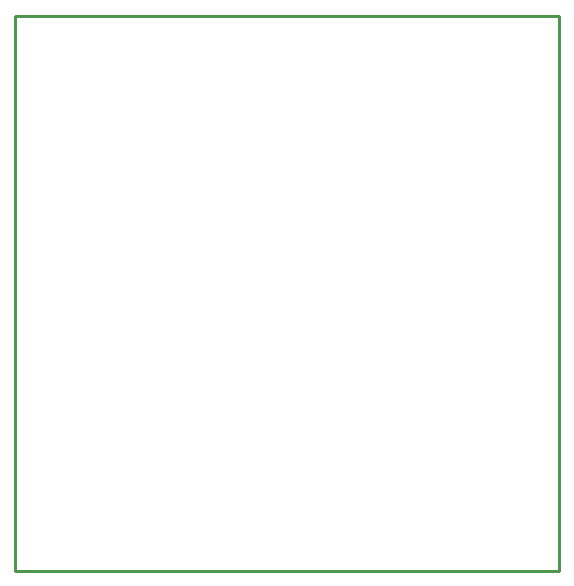
<source format=gbr>
G04 EAGLE Gerber RS-274X export*
G75*
%MOMM*%
%FSLAX34Y34*%
%LPD*%
%IN*%
%IPPOS*%
%AMOC8*
5,1,8,0,0,1.08239X$1,22.5*%
G01*
%ADD10C,0.254000*%


D10*
X273050Y120650D02*
X733300Y120650D01*
X733300Y590450D01*
X273050Y590450D01*
X273050Y120650D01*
M02*

</source>
